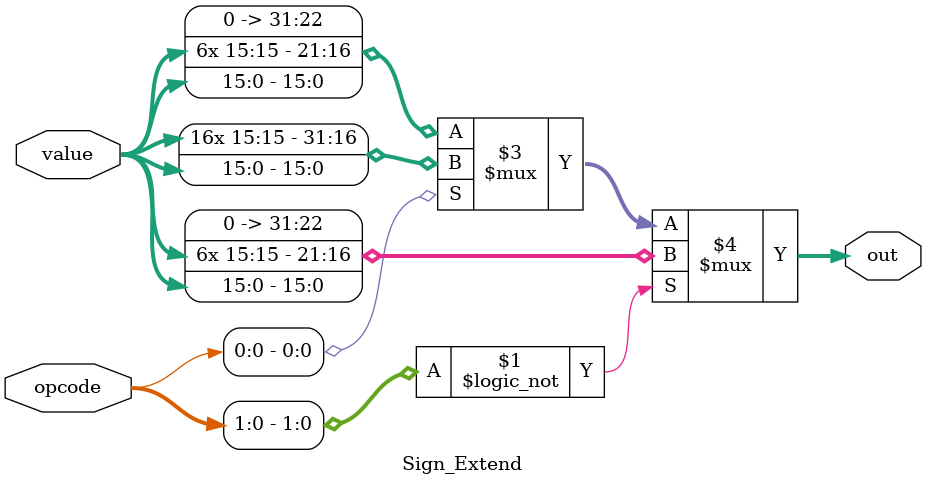
<source format=v>
`timescale 1ns / 1ps


module Sign_Extend #(parameter WIDTH = 16) (
    input [WIDTH - 1:0] value,
    input [5:0] opcode,
    output [31:0] out
);

    assign out = (opcode[1:0] == 2'b00) ? {{(6){value[WIDTH-1]}}, value} : ((opcode[0] == 1'b1) ? {{(16){value[WIDTH-1]}}, value} : {{(6){value[WIDTH-1]}}, value}); 

endmodule

</source>
